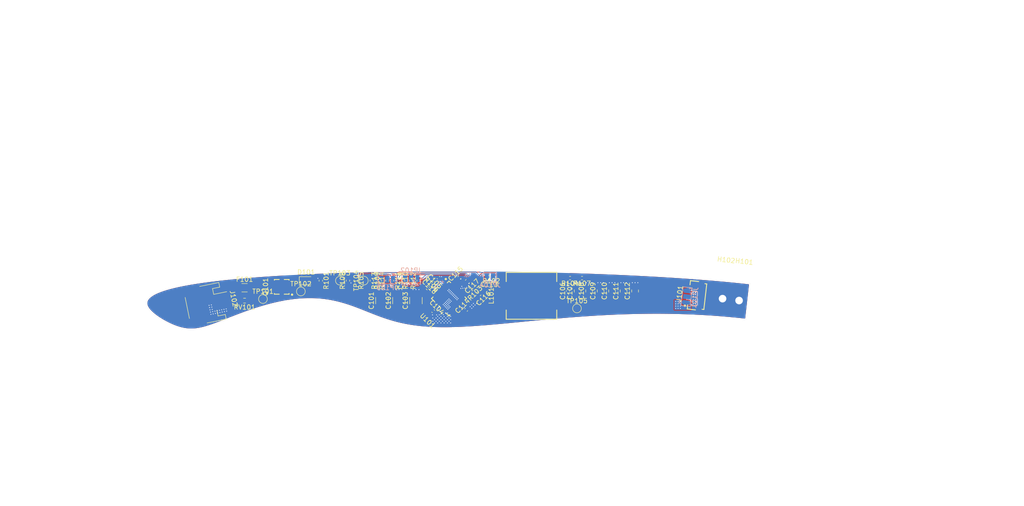
<source format=kicad_pcb>
(kicad_pcb (version 20211014) (generator pcbnew)
  (layers (0 "F.Cu" signal) (31 "B.Cu" signal) (34 "B.Paste" user) (35 "F.Paste" user) (36 "B.SilkS" user "B.Silkscreen") (37 "F.SilkS" user "F.Silkscreen") (38 "B.Mask" user) (39 "F.Mask" user) (44 "Edge.Cuts" user))
  (net 0 "")
  (net 1 "/V_SAFE")
  (net 2 "GND")
  (net 3 "+5V")
  (net 4 "/V_SNS_2")
  (net 5 "/V_DRV")
  (net 6 "/VDD")
  (net 7 "/V_SNS")
  (net 8 "/COMP_2")
  (net 9 "/BOOT")
  (net 10 "/BOOT_2")
  (net 11 "/SS")
  (net 12 "/POL_CTRL")
  (net 13 "VBUS")
  (net 14 "/V_FUSE")
  (net 15 "/+5V_OR_GND")
  (net 16 "/SPARE_0_5V0")
  (net 17 "/SPARE_1_5V0")
  (net 18 "/CURRENT_1_5A")
  (net 19 "/I_LIMIT")
  (net 20 "/CURRENT_3A")
  (net 21 "/PWR_SAVE")
  (net 22 "/MODE")
  (net 23 "/~{PWR_SAVE}")
  (net 24 "/US")
  (net 25 "/SW")
  (net 26 "/COMP")
  (net 27 "/V_FB")
  (net 28 "/EN")
  (net 29 "/PHASE")
  (net 30 "/P_GOOD")
  (net 31 "/F_SW")
  (footprint "Resistor_SMD:R_0402_1005Metric" (layer "F.Cu") (at 124.85 102.45 90)
    (fp_text reference "R111")
    (fp_text value "390k 1%")
  )
  (footprint "Capacitor_SMD:C_0402_1005Metric" (layer "F.Cu") (at 132.55 101.8 135)
    (fp_text reference "C105")
    (fp_text value "100n 100V")
  )
  (footprint "TestPoint:TestPoint_Pad_D1.5mm" (layer "F.Cu") (at 94.35 106.45)
    (fp_text reference "TP101")
    (fp_text value "VFUSE Test Point")
  )
  (footprint "Fuse:Fuse_1206_3216Metric" (layer "F.Cu") (at 90.35 104)
    (fp_text reference "F101")
    (fp_text value "SBF32302ASTP")
  )
  (footprint "rave_shades:CF35082D0RE-NH" (layer "F.Cu") (at 187.054901 105.537315 83.5)
    (fp_text reference "J101")
    (fp_text value "FPC Connector")
  )
  (footprint "Resistor_SMD:R_0402_1005Metric" (layer "F.Cu") (at 114.55 102.45 -90)
    (fp_text reference "R105")
    (fp_text value "62k 1%")
  )
  (footprint "Capacitor_SMD:C_0805_2012Metric" (layer "F.Cu") (at 170.35 104.7 90)
    (fp_text reference "C110")
    (fp_text value "22u")
  )
  (footprint "Capacitor_SMD:C_0805_2012Metric" (layer "F.Cu") (at 165.35 104.7 90)
    (fp_text reference "C108")
    (fp_text value "22u")
  )
  (footprint "Resistor_SMD:R_0402_1005Metric" (layer "F.Cu") (at 163.8 101.9 180)
    (fp_text reference "R107")
    (fp_text value "10k 1%")
  )
  (footprint "Capacitor_SMD:C_0603_1608Metric" (layer "F.Cu") (at 138.85 102.65 -135)
    (fp_text reference "C117")
    (fp_text value "680p %5 50V C0G/NP0")
  )
  (footprint "Capacitor_SMD:C_1210_3225Metric" (layer "F.Cu") (at 120.25 106.8 90)
    (fp_text reference "C101")
    (fp_text value "2u2 100V")
  )
  (footprint "Capacitor_SMD:C_1210_3225Metric" (layer "F.Cu") (at 127.65 106.8 90)
    (fp_text reference "C103")
    (fp_text value "2u2 100V")
  )
  (footprint "rave_shades:Vishay PowerPAK MLP55-27" (layer "F.Cu") (at 134.85 106.35 -45)
    (fp_text reference "U101")
    (fp_text value "SIC473")
  )
  (footprint "Diode_SMD:D_SOD-323" (layer "F.Cu") (at 103.75 102.45)
    (fp_text reference "D101")
    (fp_text value "ESDA17P20-1F2")
  )
  (footprint "Resistor_SMD:R_0402_1005Metric" (layer "F.Cu") (at 118.05 102.45 -90)
    (fp_text reference "R109")
    (fp_text value "10k")
  )
  (footprint "Capacitor_SMD:C_0805_2012Metric" (layer "F.Cu") (at 167.85 104.7 90)
    (fp_text reference "C109")
    (fp_text value "22u")
  )
  (footprint "Resistor_SMD:R_0402_1005Metric" (layer "F.Cu") (at 128.25 102.45 90)
    (fp_text reference "R112")
    (fp_text value "88k7 1%")
  )
  (footprint "Capacitor_SMD:C_0402_1005Metric" (layer "F.Cu") (at 131.4 102.95 135)
    (fp_text reference "C118")
    (fp_text value "100n 50V")
  )
  (footprint "Capacitor_SMD:C_0402_1005Metric" (layer "F.Cu") (at 123.15 102.45 -90)
    (fp_text reference "C119")
    (fp_text value "100n")
  )
  (footprint "Resistor_SMD:R_0402_1005Metric" (layer "F.Cu") (at 106.95 102.45 -90)
    (fp_text reference "R101")
    (fp_text value "10k")
  )
  (footprint "rave_shades:MPXV1D1054" (layer "F.Cu") (at 152.8 105.75 90)
    (fp_text reference "L101")
    (fp_text value "15u")
  )
  (footprint "Capacitor_SMD:C_0603_1608Metric" (layer "F.Cu") (at 141.35 105.3 -135)
    (fp_text reference "C116")
    (fp_text value "3n9 5% 50V C0G/NP0")
  )
  (footprint "TestPoint:TestPoint_Pad_D1.5mm" (layer "F.Cu") (at 102.6 104.8)
    (fp_text reference "TP102")
    (fp_text value "VSAFE Test Point")
  )
  (footprint "Capacitor_SMD:C_0603_1608Metric" (layer "F.Cu") (at 143.6 101.85 180)
    (fp_text reference "C113")
    (fp_text value "10n 5% 50V C0G/NP0")
  )
  (footprint "Capacitor_SMD:C_0402_1005Metric" (layer "F.Cu") (at 137.1 101.8 45)
    (fp_text reference "C115")
    (fp_text value "1u")
  )
  (footprint "Capacitor_SMD:C_0805_2012Metric" (layer "F.Cu") (at 172.85 104.7 90)
    (fp_text reference "C111")
    (fp_text value "22u")
  )
  (footprint "Capacitor_SMD:C_0402_1005Metric" (layer "F.Cu") (at 160.75 104.7 90)
    (fp_text reference "C106")
    (fp_text value "100n")
  )
  (footprint "rave_shades:8-PowerVDFN (8-DFN-EP) (3x3mm)" (layer "F.Cu") (at 98.4375 103.8 90)
    (fp_text reference "Q101")
    (fp_text value "AONR21357")
  )
  (footprint "TestPoint:TestPoint_Pad_D1.5mm" (layer "F.Cu") (at 162.7 108.5)
    (fp_text reference "TP105")
    (fp_text value "+5V Test Point")
  )
  (footprint "Capacitor_SMD:C_0805_2012Metric" (layer "F.Cu") (at 162.85 104.7 90)
    (fp_text reference "C107")
    (fp_text value "22u")
  )
  (footprint "Connector_JST:JST_PH_S2B-PH-SM4-TB_1x02-1MP_P2.00mm_Horizontal" (layer "F.Cu") (at 82.3 107.5 -78.5)
    (fp_text reference "J102")
    (fp_text value "Power Input")
  )
  (footprint "Resistor_SMD:R_0402_1005Metric" (layer "F.Cu") (at 161.2 101.9 180)
    (fp_text reference "R104")
    (fp_text value "52k3 1%")
  )
  (footprint "rave_shades:M1.4 Mounting Hole" (layer "F.Cu") (at 198.133227 106.799532 -6.5)
    (fp_text reference "H101")
    (fp_text value "Mounting Hole")
  )
  (footprint "TestPoint:TestPoint_Pad_D1.5mm" (layer "F.Cu") (at 116.3 102.45 90)
    (fp_text reference "TP104")
    (fp_text value "PGOOD Test Point")
  )
  (footprint "TestPoint:TestPoint_Pad_D1.5mm" (layer "F.Cu") (at 111.1 102.45)
    (fp_text reference "TP103")
    (fp_text value "EN Test Point")
  )
  (footprint "Capacitor_SMD:C_0402_1005Metric" (layer "F.Cu") (at 131.4 109.1 -45)
    (fp_text reference "C104")
    (fp_text value "100n 100V")
  )
  (footprint "Resistor_SMD:R_0402_1005Metric" (layer "F.Cu") (at 130.25 104.1 -45)
    (fp_text reference "R106")
    (fp_text value "3R3 1%")
  )
  (footprint "Resistor_SMD:R_0402_1005Metric" (layer "F.Cu") (at 126.55 102.45 90)
    (fp_text reference "R110")
    (fp_text value "160k 1%")
  )
  (footprint "rave_shades:M1.4 Mounting Hole" (layer "F.Cu") (at 194.197296 106.451736 -6.5)
    (fp_text reference "H102")
    (fp_text value "Mounting Hole")
  )
  (footprint "Capacitor_SMD:C_1210_3225Metric" (layer "F.Cu") (at 123.95 106.8 90)
    (fp_text reference "C102")
    (fp_text value "2u2 100V")
  )
  (footprint "Resistor_SMD:R_0402_1005Metric" (layer "F.Cu") (at 119.75 102.45 90)
    (fp_text reference "R113")
    (fp_text value "300k 0.5%")
  )
  (footprint "Resistor_SMD:R_0402_1005Metric" (layer "F.Cu") (at 112.85 102.45 90)
    (fp_text reference "R108")
    (fp_text value "18k 1%")
  )
  (footprint "Resistor_SMD:R_0402_1005Metric" (layer "F.Cu") (at 121.45 102.45 90)
    (fp_text reference "R114")
    (fp_text value "10k")
  )
  (footprint "Capacitor_SMD:C_0805_2012Metric" (layer "F.Cu") (at 175.35 104.7 90)
    (fp_text reference "C112")
    (fp_text value "22u")
  )
  (footprint "Resistor_SMD:R_0402_1005Metric" (layer "F.Cu") (at 144.05 103.7)
    (fp_text reference "R102")
    (fp_text value "8k66 1%")
  )
  (footprint "Resistor_SMD:R_0402_1005Metric" (layer "F.Cu") (at 139.7 104.35 -135)
    (fp_text reference "R103")
    (fp_text value "47k5 1%")
  )
  (footprint "Resistor_SMD:R_0603_1608Metric" (layer "F.Cu") (at 90.35 106.8 180)
    (fp_text reference "RV101")
    (fp_text value "MLVA06V26C100-R")
  )
  (footprint "Capacitor_SMD:C_0402_1005Metric" (layer "F.Cu") (at 138.6 108.8 45)
    (fp_text reference "C114")
    (fp_text value "4u7")
  )
  (footprint "Jumper:SolderJumper-3_P1.3mm_Open_Pad1.0x1.5mm" (layer "B.Cu") (at 186.57 105.95 83.5)
    (fp_text reference "JP101")
    (fp_text value "Hinge GND Enable")
  )
  (footprint "Jumper:SolderJumper-3_P1.3mm_Open_Pad1.0x1.5mm" (layer "B.Cu") (at 126.6 102 180)
    (fp_text reference "JP102")
    (fp_text value "Over Current Limit")
  )
  (footprint "rave_shades:outline_side_b_r1" (layer "B.Cu") (at 199.971334 107.008957 173.5)
    (fp_text reference "REF**" hide)
    (fp_text value "outline_side_b_r1" hide)
    (fp_line (start 0 -4) (end 0 4) (layer "Edge.Cuts") (width 0.02))
    (fp_curve (pts (xy 75.485 -13.29964) (xy 73.4641 -13.5782) (xy 71.1838 -13.702) (xy 68.4557 -13.55893)) (layer "Edge.Cuts") (width 0.02))
    (fp_curve (pts (xy 121.169 -19.8287) (xy 120.477 -19.8631) (xy 119.796 -19.8176) (xy 119.098 -19.6848)) (layer "Edge.Cuts") (width 0.02))
    (fp_curve (pts (xy 98.531 -5.12723) (xy 103.365 -5.93571) (xy 107.597 -6.72209) (xy 111.229 -7.48639)) (layer "Edge.Cuts") (width 0.02))
    (fp_curve (pts (xy 114.409 -17.86299) (xy 113.498 -17.39828) (xy 112.5 -16.86026) (xy 111.4 -16.27738)) (layer "Edge.Cuts") (width 0.02))
    (fp_curve (pts (xy 111.229 -7.48639) (xy 114.863 -8.248741) (xy 117.897 -8.982479) (xy 120.379 -9.682018)) (layer "Edge.Cuts") (width 0.02))
    (fp_curve (pts (xy 41.5606 1.8161) (xy 48.8868 1.1841) (xy 56.1197 0.46206) (xy 62.9808 -0.30175)) (layer "Edge.Cuts") (width 0.02))
    (fp_curve (pts (xy 120.379 -9.682018) (xy 122.861 -10.38175) (xy 124.793 -11.04749) (xy 126.251 -11.67901)) (layer "Edge.Cuts") (width 0.02))
    (fp_curve (pts (xy 107.804 -14.44184) (xy 105.22 -13.18919) (xy 102.27 -11.94817) (xy 99.238 -11.13927)) (layer "Edge.Cuts") (width 0.02))
    (fp_curve (pts (xy 58.7063 -12.30558) (xy 54.8634 -11.60933) (xy 50.3549 -10.61772) (xy 44.9524 -9.472484)) (layer "Edge.Cuts") (width 0.02))
    (fp_curve (pts (xy 44.9524 -9.472484) (xy 39.5499 -8.335335) (xy 33.2524 -7.0395) (xy 25.8333 -5.95318)) (layer "Edge.Cuts") (width 0.02))
    (fp_curve (pts (xy 19.7286 3.3775) (xy 26.8231 2.9892) (xy 34.2393 2.4476) (xy 41.5606 1.8161)) (layer "Edge.Cuts") (width 0.02))
    (fp_curve (pts (xy 127.662 -17.75478) (xy 126.988 -18.13631) (xy 126.247 -18.48236) (xy 125.504 -18.77872)) (layer "Edge.Cuts") (width 0.02))
    (fp_curve (pts (xy 94.6638 -10.27399) (xy 93.1374 -10.11226) (xy 91.6225 -10.089606) (xy 90.1191 -10.20603)) (layer "Edge.Cuts") (width 0.02))
    (fp_curve (pts (xy 85.6118 -10.92582) (xy 84.0972 -11.27397) (xy 82.5614 -11.71844) (xy 80.9145 -12.15724)) (layer "Edge.Cuts") (width 0.02))
    (fp_curve (pts (xy 80.9145 -12.15724) (xy 79.2655 -12.59475) (xy 77.5045 -13.02205) (xy 75.485 -13.29964)) (layer "Edge.Cuts") (width 0.02))
    (fp_curve (pts (xy 82.3025 -2.68587) (xy 88.2674 -3.49986) (xy 93.7005 -4.32132) (xy 98.531 -5.12723)) (layer "Edge.Cuts") (width 0.02))
    (fp_curve (pts (xy 68.4557 -13.55893) (xy 65.7266 -13.4192) (xy 62.5487 -13.00754) (xy 58.7063 -12.30558)) (layer "Edge.Cuts") (width 0.02))
    (fp_curve (pts (xy 62.9808 -0.30175) (xy 69.8459 -1.06604) (xy 76.3409 -1.87229) (xy 82.3025 -2.68587)) (layer "Edge.Cuts") (width 0.02))
    (fp_curve (pts (xy 123.29 -19.5009) (xy 122.566 -19.6831) (xy 121.859 -19.7924) (xy 121.169 -19.8287)) (layer "Edge.Cuts") (width 0.02))
    (fp_curve (pts (xy 119.098 -19.6848) (xy 117.703 -19.4228) (xy 116.233 -18.79656) (xy 114.409 -17.86299)) (layer "Edge.Cuts") (width 0.02))
    (fp_curve (pts (xy 126.251 -11.67901) (xy 129.172 -12.94229) (xy 130.193 -14.06928) (xy 130.145 -15.08028)) (layer "Edge.Cuts") (width 0.02))
    (fp_curve (pts (xy 111.4 -16.27738) (xy 110.3 -15.69509) (xy 109.097 -15.06801) (xy 107.804 -14.44184)) (layer "Edge.Cuts") (width 0.02))
    (fp_curve (pts (xy 0 4) (xy 5.87122 3.9997) (xy 12.6399 3.7652) (xy 19.7286 3.3775)) (layer "Edge.Cuts") (width 0.02))
    (fp_curve (pts (xy 99.238 -11.13927) (xy 97.723 -10.73341) (xy 96.1888 -10.43462) (xy 94.6638 -10.27399)) (layer "Edge.Cuts") (width 0.02))
    (fp_curve (pts (xy 25.8333 -5.95318) (xy 18.4148 -4.87732) (xy 9.8736 -4.00591) (xy 0 -4)) (layer "Edge.Cuts") (width 0.02))
    (fp_curve (pts (xy 125.504 -18.77872) (xy 124.76 -19.075) (xy 124.014 -19.321) (xy 123.29 -19.5009)) (layer "Edge.Cuts") (width 0.02))
    (fp_curve (pts (xy 130.145 -15.08028) (xy 130.096 -16.08964) (xy 129.005 -16.98971) (xy 127.662 -17.75478)) (layer "Edge.Cuts") (width 0.02))
    (fp_curve (pts (xy 90.1191 -10.20603) (xy 88.6148 -10.32083) (xy 87.1244 -10.57563) (xy 85.6118 -10.92582)) (layer "Edge.Cuts") (width 0.02))
  )
  (footprint "Jumper:SolderJumper-3_P1.3mm_Open_Pad1.0x1.5mm" (layer "B.Cu") (at 121.4 102.2)
    (fp_text reference "JP103")
    (fp_text value "Power Save Enable")
  )
  (footprint "Jumper:SolderJumper-2_P1.3mm_Open_Pad1.0x1.5mm" (layer "B.Cu") (at 143.79 101.62)
    (fp_text reference "JP104")
    (fp_text value "Ultrasonic Enable")
  )
  (segment (start 134.248959 103.344796) (end 133.704211 102.800048) (width 0.15) (layer "F.Cu") (net 1))
  (segment (start 129.87 104.47) (end 129.87 106.25) (width 0.15) (layer "F.Cu") (net 1))
  (segment (start 133.704211 102.800048) (end 133.349952 102.800048) (width 0.15) (layer "F.Cu") (net 1))
  (segment (start 131.45 103.96) (end 131.24 103.75) (width 0.15) (layer "F.Cu") (net 1))
  (segment (start 131.791183 103.96) (end 131.45 103.96) (width 0.15) (layer "F.Cu") (net 1))
  (segment (start 130.59 103.75) (end 129.87 104.47) (width 0.15) (layer "F.Cu") (net 1))
  (segment (start 133.349952 102.800048) (end 133.349952 102.599952) (width 0.15) (layer "F.Cu") (net 1))
  (segment (start 131.8005 103.969317) (end 131.791183 103.96) (width 0.15) (layer "F.Cu") (net 1))
  (segment (start 131.24 103.75) (end 130.59 103.75) (width 0.15) (layer "F.Cu") (net 1))
  (segment (start 133.349952 102.599952) (end 132.889411 102.139411) (width 0.15) (layer "F.Cu") (net 1))
  (via (at 133.349952 102.800048) (size 0.35) (drill 0.2) (layers "F.Cu" "B.Cu") (net 1))
  (via (at 131.8005 103.969317) (size 0.35) (drill 0.2) (layers "F.Cu" "B.Cu") (net 1))
  (segment (start 132.969769 102.800048) (end 133.349952 102.800048) (width 0.15) (layer "B.Cu") (net 1))
  (segment (start 131.8005 103.969317) (end 132.969769 102.800048) (width 0.15) (layer "B.Cu") (net 1))
  (segment (start 113.49 102.96) (end 113.5 102.95) (width 0.15) (layer "F.Cu") (net 2))
  (segment (start 85.292153 107.911726) (end 89.525 106.8) (width 0.7) (layer "F.Cu") (net 2))
  (segment (start 112.85 102.96) (end 113.49 102.96) (width 0.15) (layer "F.Cu") (net 2))
  (segment (start 106.31 101.94) (end 106.3 101.95) (width 0.15) (layer "F.Cu") (net 2))
  (segment (start 106.95 101.94) (end 106.31 101.94) (width 0.15) (layer "F.Cu") (net 2))
  (via (at 131.25 109.9) (size 0.35) (drill 0.2) (layers "F.Cu" "B.Cu") (net 2))
  (via (at 134.83 107.924924) (size 0.35) (drill 0.2) (layers "F.Cu" "B.Cu") (net 2))
  (via (at 134.335026 108.419899) (size 0.35) (drill 0.2) (layers "F.Cu" "B.Cu") (net 2))
  (via (at 136.579949 106.104975) (size 0.35) (drill 0.2) (layers "F.Cu" "B.Cu") (net 2))
  (via (at 113.5 102.95) (size 0.35) (drill 0.2) (layers "F.Cu" "B.Cu") (net 2))
  (via (at 85.47292 109.289707) (size 0.35) (drill 0.2) (layers "F.Cu" "B.Cu") (net 2))
  (via (at 134.85 109.885533) (size 0.35) (drill 0.2) (layers "F.Cu" "B.Cu") (net 2))
  (via (at 131.314466 111.299747) (size 0.35) (drill 0.2) (layers "F.Cu" "B.Cu") (net 2))
  (via (at 134.496447 110.946194) (size 0.35) (drill 0.2) (layers "F.Cu" "B.Cu") (net 2))
  (via (at 162.85 102.9) (size 0.35) (drill 0.2) (layers "F.Cu" "B.Cu") (net 2))
  (via (at 133.082233 110.239087) (size 0.35) (drill 0.2) (layers "F.Cu" "B.Cu") (net 2))
  (via (at 135.837487 105.362513) (size 0.35) (drill 0.2) (layers "F.Cu" "B.Cu") (net 2))
  (via (at 106.3 101.95) (size 0.35) (drill 0.2) (layers "F.Cu" "B.Cu") (net 2))
  (via (at 134.847538 104.867538) (size 0.35) (drill 0.2) (layers "F.Cu" "B.Cu") (net 2))
  (via (at 128.3 104.4) (size 0.35) (drill 0.2) (layers "F.Cu" "B.Cu") (net 2))
  (via (at 135.342512 104.867538) (size 0.35) (drill 0.2) (layers "F.Cu" "B.Cu") (net 2))
  (via (at 139.799748 108.47132) (size 0.35) (drill 0.2) (layers "F.Cu" "B.Cu") (net 2))
  (via (at 132.8 108.05) (size 0.35) (drill 0.2) (layers "F.Cu" "B.Cu") (net 2))
  (via (at 134.83 106.44) (size 0.35) (drill 0.2) (layers "F.Cu" "B.Cu") (net 2))
  (via (at 138.32 104.09) (size 0.35) (drill 0.2) (layers "F.Cu" "B.Cu") (net 2))
  (via (at 134.087538 107.677437) (size 0.35) (drill 0.2) (layers "F.Cu" "B.Cu") (net 2))
  (via (at 134.335026 107.429949) (size 0.35) (drill 0.2) (layers "F.Cu" "B.Cu") (net 2))
  (via (at 164.75 102.9) (size 0.35) (drill 0.2) (layers "F.Cu" "B.Cu") (net 2))
  (via (at 163.45 102.9) (size 0.35) (drill 0.2) (layers "F.Cu" "B.Cu") (net 2))
  (via (at 134.496447 110.239087) (size 0.35) (drill 0.2) (layers "F.Cu" "B.Cu") (net 2))
  (via (at 82.624372 107.828275) (size 0.35) (drill 0.2) (layers "F.Cu" "B.Cu") (net 2))
  (via (at 123.3 104.4) (size 0.35) (drill 0.2) (layers "F.Cu" "B.Cu") (net 2))
  (via (at 168.45 102.9) (size 0.35) (drill 0.2) (layers "F.Cu" "B.Cu") (net 2))
  (via (at 119.6 104.4) (size 0.35) (drill 0.2) (layers "F.Cu" "B.Cu") (net 2))
  (via (at 135.095025 105.115025) (size 0.35) (drill 0.2) (layers "F.Cu" "B.Cu") (net 2))
  (via (at 134.142894 110.59264) (size 0.35) (drill 0.2) (layers "F.Cu" "B.Cu") (net 2))
  (via (at 132.5 108.35) (size 0.35) (drill 0.2) (layers "F.Cu" "B.Cu") (net 2))
  (via (at 134.1 109.55) (size 0.35) (drill 0.2) (layers "F.Cu" "B.Cu") (net 2))
  (via (at 134.85 111.299747) (size 0.35) (drill 0.2) (layers "F.Cu" "B.Cu") (net 2))
  (via (at 135.59 105.61) (size 0.35) (drill 0.2) (layers "F.Cu" "B.Cu") (net 2))
  (via (at 139.08 103.56) (size 0.35) (drill 0.2) (layers "F.Cu" "B.Cu") (net 2))
  (via (at 134.85 110.59264) (size 0.35) (drill 0.2) (layers "F.Cu" "B.Cu") (net 2))
  (via (at 83.114335 107.728595) (size 0.35) (drill 0.2) (layers "F.Cu" "B.Cu") (net 2))
  (via (at 82.823741 108.808203) (size 0.35) (drill 0.2) (layers "F.Cu" "B.Cu") (net 2))
  (via (at 139.799748 107.764213) (size 0.35) (drill 0.2) (layers "F.Cu" "B.Cu") (net 2))
  (via (at 85.373235 108.799745) (size 0.35) (drill 0.2) (layers "F.Cu" "B.Cu") (net 2))
  (via (at 172.25 102.9) (size 0.35) (drill 0.2) (layers "F.Cu" "B.Cu") (net 2))
  (via (at 134.55 109.5) (size 0.35) (drill 0.2) (layers "F.Cu" "B.Cu") (net 2))
  (via (at 140.506855 107.764213) (size 0.35) (drill 0.2) (layers "F.Cu" "B.Cu") (net 2))
  (via (at 135.342512 105.362513) (size 0.35) (drill 0.2) (layers "F.Cu" "B.Cu") (net 2))
  (via (at 134.847538 104.372563) (size 0.35) (drill 0.2) (layers "F.Cu" "B.Cu") (net 2))
  (via (at 132.72868 111.299747) (size 0.35) (drill 0.2) (layers "F.Cu" "B.Cu") (net 2))
  (via (at 134.335026 106.934975) (size 0.35) (drill 0.2) (layers "F.Cu" "B.Cu") (net 2))
  (via (at 161.4 104.2) (size 0.35) (drill 0.2) (layers "F.Cu" "B.Cu") (net 2))
  (via (at 139.446194 108.117767) (size 0.35) (drill 0.2) (layers "F.Cu" "B.Cu") (net 2))
  (via (at 137.437767 102.08304) (size 0.35) (drill 0.2) (layers "F.Cu" "B.Cu") (net 2))
  (via (at 134.582513 107.182462) (size 0.35) (drill 0.2) (layers "F.Cu" "B.Cu") (net 2))
  (via (at 127.65 104.4) (size 0.35) (drill 0.2) (layers "F.Cu" "B.Cu") (net 2))
  (via (at 165.35 102.9) (size 0.35) (drill 0.2) (layers "F.Cu" "B.Cu") (net 2))
  (via (at 135.324975 106.934975) (size 0.35) (drill 0.2) (layers "F.Cu" "B.Cu") (net 2))
  (via (at 133.592563 107.677437) (size 0.35) (drill 0.2) (layers "F.Cu" "B.Cu") (net 2))
  (via (at 134.582513 108.667386) (size 0.35) (drill 0.2) (layers "F.Cu" "B.Cu") (net 2))
  (via (at 132.15 109.9) (size 0.35) (drill 0.2) (layers "F.Cu" "B.Cu") (net 2))
  (via (at 82.724056 108.318237) (size 0.35) (drill 0.2) (layers "F.Cu" "B.Cu") (net 2))
  (via (at 140.860408 107.41066) (size 0.35) (drill 0.2) (layers "F.Cu" "B.Cu") (net 2))
  (via (at 132.021573 110.59264) (size 0.35) (drill 0.2) (layers "F.Cu" "B.Cu") (net 2))
  (via (at 138.15 108.3) (size 0.35) (drill 0.2) (layers "F.Cu" "B.Cu") (net 2))
  (via (at 135.077488 108.172412) (size 0.35) (drill 0.2) (layers "F.Cu" "B.Cu") (net 2))
  (via (at 135.203554 110.239087) (size 0.35) (drill 0.2) (layers "F.Cu" "B.Cu") (net 2))
  (via (at 134.087538 108.172412) (size 0.35) (drill 0.2) (layers "F.Cu" "B.Cu") (net 2))
  (via (at 136.579949 106.599949) (size 0.35) (drill 0.2) (layers "F.Cu" "B.Cu") (net 2))
  (via (at 82.923425 109.298164) (size 0.35) (drill 0.2) (layers "F.Cu" "B.Cu") (net 2))
  (via (at 84.003033 109.588758) (size 0.35) (drill 0.2) (layers "F.Cu" "B.Cu") (net 2))
  (via (at 137.86 104.11) (size 0.35) (drill 0.2) (layers "F.Cu" "B.Cu") (net 2))
  (via (at 83.023108 109.788126) (size 0.35) (drill 0.2) (layers "F.Cu" "B.Cu") (net 2))
  (via (at 131.66802 110.946194) (size 0.35) (drill 0.2) (layers "F.Cu" "B.Cu") (net 2))
  (via (at 136.827437 106.352462) (size 0.35) (drill 0.2) (layers "F.Cu" "B.Cu") (net 2))
  (via (at 120.25 104.4) (size 0.35) (drill 0.2) (layers "F.Cu" "B.Cu") (net 2))
  (via (at 134.142894 111.299747) (size 0.35) (drill 0.2) (layers "F.Cu" "B.Cu") (net 2))
  (via (at 162.25 102.9) (size 0.35) (drill 0.2) (layers "F.Cu" "B.Cu") (net 2))
  (via (at 175.35 102.9) (size 0.35) (drill 0.2) (layers "F.Cu" "B.Cu") (net 2))
  (via (at 132.021573 111.299747) (size 0.35) (drill 0.2) (layers "F.Cu" "B.Cu") (net 2))
  (via (at 133.21864 101.572519) (size 0.35) (drill 0.2) (layers "F.Cu" "B.Cu") (net 2))
  (via (at 131.314466 110.59264) (size 0.35) (drill 0.2) (layers "F.Cu" "B.Cu") (net 2))
  (via (at 133.78934 111.6533) (size 0.35) (drill 0.2) (layers "F.Cu" "B.Cu") (net 2))
  (via (at 84.492996 109.489073) (size 0.35) (drill 0.2) (layers "F.Cu" "B.Cu") (net 2))
  (via (at 133.435787 111.299747) (size 0.35) (drill 0.2) (layers "F.Cu" "B.Cu") (net 2))
  (via (at 86.353158 108.600377) (size 0.35) (drill 0.2) (layers "F.Cu" "B.Cu") (net 2))
  (via (at 134.60005 104.62005) (size 0.35) (drill 0.2) (layers "F.Cu" "B.Cu") (net 2))
  (via (at 85.962883 109.190024) (size 0.35) (drill 0.2) (layers "F.Cu" "B.Cu") (net 2))
  (via (at 134.83 106.934975) (size 0.35) (drill 0.2) (layers "F.Cu" "B.Cu") (net 2))
  (via (at 175.95 102.9) (size 0.35) (drill 0.2) (layers "F.Cu" "B.Cu") (net 2))
  (via (at 160.75 103.6) (size 0.35) (drill 0.2) (layers "F.Cu" "B.Cu") (net 2))
  (via (at 134.087538 107.182462) (size 0.35) (drill 0.2) (layers "F.Cu" "B.Cu") (net 2))
  (via (at 135.077488 107.182462) (size 0.35) (drill 0.2) (layers "F.Cu" "B.Cu") (net 2))
  (via (at 133.082233 111.6533) (size 0.35) (drill 0.2) (layers "F.Cu" "B.Cu") (net 2))
  (via (at 123.95 104.4) (size 0.35) (drill 0.2) (layers "F.Cu" "B.Cu") (net 2))
  (via (at 136.084974 106.104975) (size 0.35) (drill 0.2) (layers "F.Cu" "B.Cu") (net 2))
  (via (at 83.313699 108.708519) (size 0.35) (drill 0.2) (layers "F.Cu" "B.Cu") (net 2))
  (via (at 133.2 109.5) (size 0.35) (drill 0.2) (layers "F.Cu" "B.Cu") (net 2))
  (via (at 138.72 103.92) (size 0.35) (drill 0.2) (layers "F.Cu" "B.Cu") (net 2))
  (via (at 172.85 102.9) (size 0.35) (drill 0.2) (layers "F.Cu" "B.Cu") (net 2))
  (via (at 135.095025 104.62005) (size 0.35) (drill 0.2) (layers "F.Cu" "B.Cu") (net 2))
  (via (at 132.375127 111.6533) (size 0.35) (drill 0.2) (layers "F.Cu" "B.Cu") (net 2))
  (via (at 135.837487 105.857487) (size 0.35) (drill 0.2) (layers "F.Cu" "B.Cu") (net 2))
  (via (at 140.153301 108.117767) (size 0.35) (drill 0.2) (layers "F.Cu" "B.Cu") (net 2))
  (via (at 136.084974 105.61) (size 0.35) (drill 0.2) (layers "F.Cu" "B.Cu") (net 2))
  (via (at 165.95 102.9) (size 0.35) (drill 0.2) (layers "F.Cu" "B.Cu") (net 2))
  (via (at 135.59 105.115025) (size 0.35) (drill 0.2) (layers "F.Cu" "B.Cu") (net 2))
  (via (at 134.582513 107.677437) (size 0.35) (drill 0.2) (layers "F.Cu" "B.Cu") (net 2))
  (via (at 133.6 109.85) (size 0.35) (drill 0.2) (layers "F.Cu" "B.Cu") (net 2))
  (via (at 140.153301 107.41066) (size 0.35) (drill 0.2) (layers "F.Cu" "B.Cu") (net 2))
  (via (at 83.214017 108.218555) (size 0.35) (drill 0.2) (layers "F.Cu" "B.Cu") (net 2))
  (via (at 170.95 102.9) (size 0.35) (drill 0.2) (layers "F.Cu" "B.Cu") (net 2))
  (via (at 133.840051 107.924924) (size 0.35) (drill 0.2) (layers "F.Cu" "B.Cu") (net 2))
  (via (at 84.393311 108.999115) (size 0.35) (drill 0.2) (layers "F.Cu" "B.Cu") (net 2))
  (via (at 132.5 108.8) (size 0.35) (drill 0.2) (layers "F.Cu" "B.Cu") (net 2))
  (via (at 135.203554 111.6533) (size 0.35) (drill 0.2) (layers "F.Cu" "B.Cu") (net 2))
  (via (at 132.85 109.15) (size 0.35) (drill 0.2) (layers "F.Cu" "B.Cu") (net 2))
  (via (at 134.335026 107.924924) (size 0.35) (drill 0.2) (layers "F.Cu" "B.Cu") (net 2))
  (via (at 169.75 102.9) (size 0.35) (drill 0.2) (layers "F.Cu" "B.Cu") (net 2))
  (via (at 137.63 103.69) (size 0.35) (drill 0.2) (layers "F.Cu" "B.Cu") (net 2))
  (via (at 132.72868 110.59264) (size 0.35) (drill 0.2) (layers "F.Cu" "B.Cu") (net 2))
  (via (at 132.375127 110.946194) (size 0.35) (drill 0.2) (layers "F.Cu" "B.Cu") (net 2))
  (via (at 167.85 102.9) (size 0.35) (drill 0.2) (layers "F.Cu" "B.Cu") (net 2))
  (via (at 86.452844 109.090338) (size 0.35) (drill 0.2) (layers "F.Cu" "B.Cu") (net 2))
  (via (at 134.496447 111.6533) (size 0.35) (drill 0.2) (layers "F.Cu" "B.Cu") (net 2))
  (via (at 136.332462 105.857487) (size 0.35) (drill 0.2) (layers "F.Cu" "B.Cu") (net 2))
  (via (at 173.45 102.9) (size 0.35) (drill 0.2) (layers "F.Cu" "B.Cu") (net 2))
  (via (at 83.413386 109.19848) (size 0.35) (drill 0.2) (layers "F.Cu" "B.Cu") (net 2))
  (via (at 85.8632 108.700063) (size 0.35) (drill 0.2) (layers "F.Cu" "B.Cu") (net 2))
  (via (at 131.66802 111.6533) (size 0.35) (drill 0.2) (layers "F.Cu" "B.Cu") (net 2))
  (via (at 137.43 104.15) (size 0.35) (drill 0.2) (layers "F.Cu" "B.Cu") (net 2))
  (via (at 83.903349 109.098799) (size 0.35) (drill 0.2) (layers "F.Cu" "B.Cu") (net 2))
  (via (at 174.75 102.9) (size 0.35) (drill 0.2) (layers "F.Cu" "B.Cu") (net 2))
  (via (at 134.582513 106.687487) (size 0.35) (drill 0.2) (layers "F.Cu" "B.Cu") (net 2))
  (via (at 133.78934 110.239087) (size 0.35) (drill 0.2) (layers "F.Cu" "B.Cu") (net 2))
  (via (at 135.077488 106.687487) (size 0.35) (drill 0.2) (layers "F.Cu" "B.Cu") (net 2))
  (via (at 132.72868 109.885533) (size 0.35) (drill 0.2) (layers "F.Cu" "B.Cu") (net 2))
  (via (at 84.982955 109.389389) (size 0.35) (drill 0.2) (layers "F.Cu" "B.Cu") (net 2))
  (via (at 133.78934 110.946194) (size 0.35) (drill 0.2) (layers "F.Cu" "B.Cu") (net 2))
  (via (at 137.709266 108.290734) (size 0.35) (drill 0.2) (layers "F.Cu" "B.Cu") (net 2))
  (via (at 133.082233 110.946194) (size 0.35) (drill 0.2) (layers "F.Cu" "B.Cu") (net 2))
  (via (at 120.9 104.4) (size 0.35) (drill 0.2) (layers "F.Cu" "B.Cu") (net 2))
  (via (at 127 104.4) (size 0.35) (drill 0.2) (layers "F.Cu" "B.Cu") (net 2))
  (via (at 132.375127 110.239087) (size 0.35) (drill 0.2) (layers "F.Cu" "B.Cu") (net 2))
  (via (at 134.83 107.429949) (size 0.35) (drill 0.2) (layers "F.Cu" "B.Cu") (net 2))
  (via (at 83.51307 109.688442) (size 0.35) (drill 0.2) (layers "F.Cu" "B.Cu") (net 2))
  (via (at 124.6 104.4) (size 0.35) (drill 0.2) (layers "F.Cu" "B.Cu") (net 2))
  (via (at 136.332462 106.352462) (size 0.35) (drill 0.2) (layers "F.Cu" "B.Cu") (net 2))
  (via (at 133.840051 107.429949) (size 0.35) (drill 0.2) (layers "F.Cu" "B.Cu") (net 2))
  (via (at 135.203554 110.946194) (size 0.35) (drill 0.2) (layers "F.Cu" "B.Cu") (net 2))
  (via (at 167.25 102.9) (size 0.35) (drill 0.2) (layers "F.Cu" "B.Cu") (net 2))
  (via (at 133.435787 110.59264) (size 0.35) (drill 0.2) (layers "F.Cu" "B.Cu") (net 2))
  (via (at 84.883273 108.899429) (size 0.35) (drill 0.2) (layers "F.Cu" "B.Cu") (net 2))
  (via (at 134.582513 108.172412) (size 0.35) (drill 0.2) (layers "F.Cu" "B.Cu") (net 2))
  (via (at 139.19 103.08) (size 0.35) (drill 0.2) (layers "F.Cu" "B.Cu") (net 2))
  (via (at 170.35 102.9) (size 0.35) (drill 0.2) (layers "F.Cu" "B.Cu") (net 2))
  (via (at 134.83 108.419899) (size 0.35) (drill 0.2) (layers "F.Cu" "B.Cu") (net 2))
  (segment (start 160.69 101.9) (end 159.4 101.9) (width 0.15) (layer "F.Cu") (net 3))
  (segment (start 145.175865 101.049135) (end 152.6 101.049135) (width 0.15) (layer "F.Cu") (net 3))
  (segment (start 144.375 101.85) (end 145.175865 101.049135) (width 0.15) (layer "F.Cu") (net 3))
  (via (at 185.2 108.5) (size 0.35) (drill 0.2) (layers "F.Cu" "B.Cu") (net 3))
  (via (at 184.2 108.5) (size 0.35) (drill 0.2) (layers "F.Cu" "B.Cu") (net 3))
  (via (at 184.2 107) (size 0.35) (drill 0.2) (layers "F.Cu" "B.Cu") (net 3))
  (via (at 184.2 108) (size 0.35) (drill 0.2) (layers "F.Cu" "B.Cu") (net 3))
  (via (at 184.7 107) (size 0.35) (drill 0.2) (layers "F.Cu" "B.Cu") (net 3))
  (via (at 184.2 107.5) (size 0.35) (drill 0.2) (layers "F.Cu" "B.Cu") (net 3))
  (via (at 184.7 108) (size 0.35) (drill 0.2) (layers "F.Cu" "B.Cu") (net 3))
  (via (at 185.2 107.5) (size 0.35) (drill 0.2) (layers "F.Cu" "B.Cu") (net 3))
  (via (at 185.2 108) (size 0.35) (drill 0.2) (layers "F.Cu" "B.Cu") (net 3))
  (via (at 185.2 107) (size 0.35) (drill 0.2) (layers "F.Cu" "B.Cu") (net 3))
  (via (at 184.7 107.5) (size 0.35) (drill 0.2) (layers "F.Cu" "B.Cu") (net 3))
  (via (at 184.7 108.5) (size 0.35) (drill 0.2) (layers "F.Cu" "B.Cu") (net 3))
  (segment (start 142.85 103.8) (end 143.44 103.8) (width 0.15) (layer "F.Cu") (net 4))
  (segment (start 142.825 101.85) (end 142.85 101.875) (width 0.15) (layer "F.Cu") (net 4))
  (segment (start 143.44 103.8) (end 143.54 103.7) (width 0.15) (layer "F.Cu") (net 4))
  (segment (start 142.85 101.875) (end 142.85 103.8) (width 0.15) (layer "F.Cu") (net 4))
  (segment (start 141.898008 104.751992) (end 142.85 103.8) (width 0.15) (layer "F.Cu") (net 4))
  (segment (start 137.992964 109.139411) (end 136.829899 107.976346) (width 0.15) (layer "F.Cu") (net 5))
  (segment (start 138.260589 109.139411) (end 137.992964 109.139411) (width 0.15) (layer "F.Cu") (net 5))
  (segment (start 123.85 100.7) (end 118.9 100.7) (width 0.15) (layer "F.Cu") (net 6))
  (segment (start 118.05 101.55) (end 118.05 101.94) (width 0.15) (layer "F.Cu") (net 6))
  (segment (start 137.21 100.6) (end 141.52 100.6) (width 0.15) (layer "F.Cu") (net 6))
  (segment (start 136.286386 100.576386) (end 123.973614 100.576386) (width 0.15) (layer "F.Cu") (net 6))
  (segment (start 136.760589 102.139411) (end 136.760589 101.050589) (width 0.15) (layer "F.Cu") (net 6))
  (segment (start 136.760589 101.049411) (end 137.21 100.6) (width 0.15) (layer "F.Cu") (net 6))
  (segment (start 123.973614 100.576386) (end 123.85 100.7) (width 0.15) (layer "F.Cu") (net 6))
  (segment (start 118.9 100.7) (end 118.05 101.55) (width 0.15) (layer "F.Cu") (net 6))
  (segment (start 141.52 100.6) (end 141.58251 100.66251) (width 0.15) (layer "F.Cu") (net 6))
  (segment (start 136.760589 101.050589) (end 136.286386 100.576386) (width 0.15) (layer "F.Cu") (net 6))
  (segment (start 136.760589 102.671644) (end 136.760589 102.139411) (width 0.15) (layer "F.Cu") (net 6))
  (segment (start 135.769239 103.662994) (end 136.760589 102.671644) (width 0.15) (layer "F.Cu") (net 6))
  (via (at 141.58251 100.66251) (size 0.35) (drill 0.2) (layers "F.Cu" "B.Cu") (net 6))
  (segment (start 142.18251 100.66251) (end 143.14 101.62) (width 0.15) (layer "B.Cu") (net 6))
  (segment (start 141.58251 100.66251) (end 142.18251 100.66251) (width 0.15) (layer "B.Cu") (net 6))
  (segment (start 139.95 106.3) (end 140.35 106.3) (width 0.15) (layer "F.Cu") (net 7))
  (segment (start 137.890559 105.784315) (end 138.424874 105.25) (width 0.15) (layer "F.Cu") (net 7))
  (segment (start 138.424874 105.25) (end 138.9 105.25) (width 0.15) (layer "F.Cu") (net 7))
  (segment (start 138.9 105.25) (end 139.95 106.3) (width 0.15) (layer "F.Cu") (net 7))
  (segment (start 140.35 106.3) (end 140.801992 105.848008) (width 0.15) (layer "F.Cu") (net 7))
  (segment (start 140.060624 102.764608) (end 139.398008 102.101992) (width 0.15) (layer "F.Cu") (net 8))
  (segment (start 140.060624 103.989376) (end 140.060624 102.764608) (width 0.15) (layer "F.Cu") (net 8))
  (segment (start 131.739411 103.289411) (end 132.2 103.75) (width 0.15) (layer "F.Cu") (net 9))
  (segment (start 132.2 104.053553) (end 132.870101 104.723654) (width 0.15) (layer "F.Cu") (net 9))
  (segment (start 132.2 103.75) (end 132.2 104.053553) (width 0.15) (layer "F.Cu") (net 9))
  (segment (start 131.060589 102.610589) (end 129.931802 103.739376) (width 0.15) (layer "F.Cu") (net 10))
  (segment (start 129.931802 103.739376) (end 129.889376 103.739376) (width 0.15) (layer "F.Cu") (net 10))
  (segment (start 141.73 105.68) (end 141.73 106.255736) (width 0.15) (layer "F.Cu") (net 11))
  (segment (start 141.73 106.255736) (end 141.315736 106.67) (width 0.15) (layer "F.Cu") (net 11))
  (segment (start 138.72 107.38) (end 138.354874 107.38) (width 0.15) (layer "F.Cu") (net 11))
  (segment (start 139.43 106.67) (end 138.72 107.38) (width 0.15) (layer "F.Cu") (net 11))
  (segment (start 140.96 104.91) (end 141.73 105.68) (width 0.15) (layer "F.Cu") (net 11))
  (segment (start 141.315736 106.67) (end 139.43 106.67) (width 0.15) (layer "F.Cu") (net 11))
  (segment (start 138.354874 107.38) (end 137.890559 106.915685) (width 0.15) (layer "F.Cu") (net 11))
  (segment (start 142.14749 101.22749) (end 140.96 102.41498) (width 0.15) (layer "F.Cu") (net 11))
  (segment (start 123.98 101.97) (end 123.15 101.97) (width 0.15) (layer "F.Cu") (net 11))
  (segment (start 124.05 101.9) (end 123.98 101.97) (width 0.15) (layer "F.Cu") (net 11))
  (segment (start 140.96 102.41498) (end 140.96 104.91) (width 0.15) (layer "F.Cu") (net 11))
  (via (at 142.14749 101.22749) (size 0.35) (drill 0.2) (layers "F.Cu" "B.Cu") (net 11))
  (via (at 124.05 101.9) (size 0.35) (drill 0.2) (layers "F.Cu" "B.Cu") (net 11))
  (segment (start 124.05 101.9) (end 124.05 101.55) (width 0.15) (layer "B.Cu") (net 11))
  (segment (start 124.05 101.55) (end 124.7 100.9) (width 0.15) (layer "B.Cu") (net 11))
  (segment (start 126.65 100.9) (end 127 100.55) (width 0.15) (layer "B.Cu") (net 11))
  (segment (start 141.37749 101.22749) (end 142.14749 101.22749) (width 0.15) (layer "B.Cu") (net 11))
  (segment (start 124.7 100.9) (end 126.65 100.9) (width 0.15) (layer "B.Cu") (net 11))
  (segment (start 140.7 100.55) (end 141.37749 101.22749) (width 0.15) (layer "B.Cu") (net 11))
  (segment (start 127 100.55) (end 140.7 100.55) (width 0.15) (layer "B.Cu") (net 11))
  (segment (start 104.8 101.9) (end 104.8 102.45) (width 0.15) (layer "F.Cu") (net 12))
  (segment (start 99.8375 101.9125) (end 100.2 101.55) (width 0.15) (layer "F.Cu") (net 12))
  (segment (start 99.8375 102.825) (end 99.8375 101.9125) (width 0.15) (layer "F.Cu") (net 12))
  (segment (start 100.2 101.55) (end 104.45 101.55) (width 0.15) (layer "F.Cu") (net 12))
  (segment (start 104.45 101.55) (end 104.8 101.9) (width 0.15) (layer "F.Cu") (net 12))
  (segment (start 106.95 102.96) (end 105.31 102.96) (width 0.15) (layer "F.Cu") (net 12))
  (segment (start 105.31 102.96) (end 104.8 102.45) (width 0.15) (layer "F.Cu") (net 12))
  (via (at 188.5 105.5) (size 0.35) (drill 0.2) (layers "F.Cu" "B.Cu") (net 15))
  (via (at 188 106.5) (size 0.35) (drill 0.2) (layers "F.Cu" "B.Cu") (net 15))
  (via (at 188 105) (size 0.35) (drill 0.2) (layers "F.Cu" "B.Cu") (net 15))
  (via (at 188.5 106.5) (size 0.35) (drill 0.2) (layers "F.Cu" "B.Cu") (net 15))
  (via (at 188.5 106) (size 0.35) (drill 0.2) (layers "F.Cu" "B.Cu") (net 15))
  (via (at 188.5 107.5) (size 0.35) (drill 0.2) (layers "F.Cu" "B.Cu") (net 15))
  (via (at 188.5 107) (size 0.35) (drill 0.2) (layers "F.Cu" "B.Cu") (net 15))
  (via (at 188 107) (size 0.35) (drill 0.2) (layers "F.Cu" "B.Cu") (net 15))
  (via (at 188.5 105) (size 0.35) (drill 0.2) (layers "F.Cu" "B.Cu") (net 15))
  (via (at 188 106) (size 0.35) (drill 0.2) (layers "F.Cu" "B.Cu") (net 15))
  (via (at 188 107.5) (size 0.35) (drill 0.2) (layers "F.Cu" "B.Cu") (net 15))
  (via (at 188 105.5) (size 0.35) (drill 0.2) (layers "F.Cu" "B.Cu") (net 15))
  (segment (start 125.7 102.15) (end 125.49 101.94) (width 0.15) (layer "F.Cu") (net 18))
  (segment (start 125.49 101.94) (end 124.85 101.94) (width 0.15) (layer "F.Cu") (net 18))
  (segment (start 125.7 103.1) (end 125.7 102.15) (width 0.15) (layer "F.Cu") (net 18))
  (via (at 125.7 103.1) (size 0.35) (drill 0.2) (layers "F.Cu" "B.Cu") (net 18))
  (segment (start 125.3 102.9) (end 125.5 103.1) (width 0.15) (layer "B.Cu") (net 18))
  (segment (start 125.5 103.1) (end 125.7 103.1) (width 0.15) (layer "B.Cu") (net 18))
  (segment (start 125.3 102) (end 125.3 102.9) (width 0.15) (layer "B.Cu") (net 18))
  (segment (start 136.7 103.43934) (end 136.122792 104.016548) (width 0.15) (layer "F.Cu") (net 19))
  (segment (start 136.7 103.385786) (end 136.7 103.43934) (width 0.15) (layer "F.Cu") (net 19))
  (segment (start 138.75 101.335786) (end 136.7 103.385786) (width 0.15) (layer "F.Cu") (net 19))
  (segment (start 138.75 101.05) (end 138.75 101.335786) (width 0.15) (layer "F.Cu") (net 19))
  (via (at 138.75 101.05) (size 0.35) (drill 0.2) (layers "F.Cu" "B.Cu") (net 19))
  (segment (start 138.55 100.85) (end 129.725236 100.85) (width 0.15) (layer "B.Cu") (net 19))
  (segment (start 138.75 101.05) (end 138.55 100.85) (width 0.15) (layer "B.Cu") (net 19))
  (segment (start 127.15 100.95) (end 126.6 101.5) (width 0.15) (layer "B.Cu") (net 19))
  (segment (start 129.625236 100.95) (end 127.15 100.95) (width 0.15) (layer "B.Cu") (net 19))
  (segment (start 129.725236 100.85) (end 129.625236 100.95) (width 0.15) (layer "B.Cu") (net 19))
  (segment (start 126.6 101.5) (end 126.6 102) (width 0.15) (layer "B.Cu") (net 19))
  (segment (start 127.04 101.94) (end 126.55 101.94) (width 0.15) (layer "F.Cu") (net 20))
  (segment (start 127.35 102.25) (end 127.04 101.94) (width 0.15) (layer "F.Cu") (net 20))
  (segment (start 127.35 103.05) (end 127.35 102.25) (width 0.15) (layer "F.Cu") (net 20))
  (via (at 127.35 103.05) (size 0.35) (drill 0.2) (layers "F.Cu" "B.Cu") (net 20))
  (segment (start 127.9 102) (end 127.9 102.85) (width 0.15) (layer "B.Cu") (net 20))
  (segment (start 127.9 102.85) (end 127.7 103.05) (width 0.15) (layer "B.Cu") (net 20))
  (segment (start 127.7 103.05) (end 127.35 103.05) (width 0.15) (layer "B.Cu") (net 20))
  (segment (start 120.6 102.2) (end 120.34 101.94) (width 0.15) (layer "F.Cu") (net 21))
  (segment (start 120.6 103.55) (end 120.6 102.2) (width 0.15) (layer "F.Cu") (net 21))
  (segment (start 120.34 101.94) (end 119.75 101.94) (width 0.15) (layer "F.Cu") (net 21))
  (via (at 120.6 103.55) (size 0.35) (drill 0.2) (layers "F.Cu" "B.Cu") (net 21))
  (segment (start 120.6 103.55) (end 120.1 103.05) (width 0.15) (layer "B.Cu") (net 21))
  (segment (start 120.1 103.05) (end 120.1 102.2) (width 0.15) (layer "B.Cu") (net 21))
  (segment (start 124.097878 100.876386) (end 135.926386 100.876386) (width 0.15) (layer "F.Cu") (net 22))
  (segment (start 122.35 101.0995) (end 122.4495 101) (width 0.15) (layer "F.Cu") (net 22))
  (segment (start 136.15 101.1) (end 136.15 102.575126) (width 0.15) (layer "F.Cu") (net 22))
  (segment (start 123.974264 101) (end 124.097878 100.876386) (width 0.15) (layer "F.Cu") (net 22))
  (segment (start 122.4495 101) (end 123.974264 101) (width 0.15) (layer "F.Cu") (net 22))
  (segment (start 135.926386 100.876386) (end 136.15 101.1) (width 0.15) (layer "F.Cu") (net 22))
  (segment (start 136.15 102.575126) (end 135.415685 103.309441) (width 0.15) (layer "F.Cu") (net 22))
  (via (at 122.35 101.0995) (size 0.35) (drill 0.2) (layers "F.Cu" "B.Cu") (net 22))
  (segment (start 121.4 101.4) (end 121.4 102) (width 0.15) (layer "B.Cu") (net 22))
  (segment (start 122.35 101.0995) (end 121.7005 101.0995) (width 0.15) (layer "B.Cu") (net 22))
  (segment (start 121.7005 101.0995) (end 121.4 101.4) (width 0.15) (layer "B.Cu") (net 22))
  (segment (start 122.3 102.15) (end 122.09 101.94) (width 0.15) (layer "F.Cu") (net 23))
  (segment (start 122.3 103.5) (end 122.3 102.15) (width 0.15) (layer "F.Cu") (net 23))
  (segment (start 122.09 101.94) (end 121.45 101.94) (width 0.15) (layer "F.Cu") (net 23))
  (via (at 122.3 103.5) (size 0.35) (drill 0.2) (layers "F.Cu" "B.Cu") (net 23))
  (segment (start 122.3 103.5) (end 122.7 103.1) (width 0.15) (layer "B.Cu") (net 23))
  (segment (start 122.7 103.1) (end 122.7 102.2) (width 0.15) (layer "B.Cu") (net 23))
  (segment (start 144.05 103.0395) (end 144.44 102.6495) (width 0.15) (layer "F.Cu") (net 24))
  (segment (start 137.947767 107.68) (end 138.844264 107.68) (width 0.15) (layer "F.Cu") (net 24))
  (segment (start 139.554264 106.97) (end 141.44 106.97) (width 0.15) (layer "F.Cu") (net 24))
  (segment (start 144.05 104.36) (end 144.05 103.0395) (width 0.15) (layer "F.Cu") (net 24))
  (segment (start 141.44 106.97) (end 144.05 104.36) (width 0.15) (layer "F.Cu") (net 24))
  (segment (start 137.537006 107.269239) (end 137.947767 107.68) (width 0.15) (layer "F.Cu") (net 24))
  (segment (start 138.844264 107.68) (end 139.554264 106.97) (width 0.15) (layer "F.Cu") (net 24))
  (via (at 144.44 102.6495) (size 0.35) (drill 0.2) (layers "F.Cu" "B.Cu") (net 24))
  (segment (start 144.44 102.6495) (end 144.44 101.62) (width 0.15) (layer "B.Cu") (net 24))
  (segment (start 144.56 103.7) (end 145.06 104.2) (width 0.15) (layer "F.Cu") (net 25))
  (segment (start 139.1 104.95) (end 139.339376 104.710624) (width 0.15) (layer "F.Cu") (net 26))
  (segment (start 138.017767 104.95) (end 139.1 104.95) (width 0.15) (layer "F.Cu") (net 26))
  (segment (start 137.537006 105.430761) (end 138.017767 104.95) (width 0.15) (layer "F.Cu") (net 26))
  (segment (start 155.449135 100.749135) (end 155.65 100.95) (width 0.15) (layer "F.Cu") (net 27))
  (segment (start 139.381414 104.031414) (end 140.018586 104.668586) (width 0.15) (layer "F.Cu") (net 27))
  (segment (start 160.76 100.95) (end 161.71 101.9) (width 0.15) (layer "F.Cu") (net 27))
  (segment (start 142.060865 100.749135) (end 155.449135 100.749135) (width 0.15) (layer "F.Cu") (net 27))
  (segment (start 137.63066 104.63) (end 137.183452 105.077208) (width 0.15) (layer "F.Cu") (net 27))
  (segment (start 140.018586 104.668586) (end 140.152159 104.668586) (width 0.15) (layer "F.Cu") (net 27))
  (segment (start 140.646898 104.173847) (end 140.646898 102.163102) (width 0.15) (layer "F.Cu") (net 27))
  (segment (start 155.65 100.95) (end 160.76 100.95) (width 0.15) (layer "F.Cu") (net 27))
  (segment (start 139.381414 104.031414) (end 139.247841 104.031414) (width 0.15) (layer "F.Cu") (net 27))
  (segment (start 139.247841 104.031414) (end 138.649255 104.63) (width 0.15) (layer "F.Cu") (net 27))
  (segment (start 138.649255 104.63) (end 137.63066 104.63) (width 0.15) (layer "F.Cu") (net 27))
  (segment (start 161.71 101.9) (end 162.35 101.9) (width 0.15) (layer "F.Cu") (net 27))
  (segment (start 140.152159 104.668586) (end 140.646898 104.173847) (width 0.15) (layer "F.Cu") (net 27))
  (segment (start 163.29 101.9) (end 162.35 101.9) (width 0.15) (layer "F.Cu") (net 27))
  (segment (start 140.646898 102.163102) (end 142.060865 100.749135) (width 0.15) (layer "F.Cu") (net 27))
  (segment (start 111.61 101.94) (end 111.1 102.45) (width 0.15) (layer "F.Cu") (net 28))
  (segment (start 115.09 101.4) (end 114.55 101.94) (width 0.15) (layer "F.Cu") (net 28))
  (segment (start 129.944297 101.705703) (end 131.005703 101.705703) (width 0.15) (layer "F.Cu") (net 28))
  (segment (start 132.7 103.634315) (end 133.32972 104.264035) (width 0.15) (layer "F.Cu") (net 28))
  (segment (start 131.005703 101.705703) (end 132.7 103.4) (width 0.15) (layer "F.Cu") (net 28))
  (segment (start 132.7 103.4) (end 132.7 103.634315) (width 0.15) (layer "F.Cu") (net 28))
  (segment (start 112.85 101.94) (end 111.61 101.94) (width 0.15) (layer "F.Cu") (net 28))
  (segment (start 115.15 101.4) (end 115.09 101.4) (width 0.15) (layer "F.Cu") (net 28))
  (segment (start 114.55 101.94) (end 112.85 101.94) (width 0.15) (layer "F.Cu") (net 28))
  (via (at 115.15 101.4) (size 0.35) (drill 0.2) (layers "F.Cu" "B.Cu") (net 28))
  (via (at 129.944297 101.705703) (size 0.35) (drill 0.2) (layers "F.Cu" "B.Cu") (net 28))
  (segment (start 123.6 100.95) (end 123.3495 100.6995) (width 0.15) (layer "B.Cu") (net 28))
  (segment (start 117.286626 100.6995) (end 117.186126 100.8) (width 0.15) (layer "B.Cu") (net 28))
  (segment (start 123.3495 100.6995) (end 117.286626 100.6995) (width 0.15) (layer "B.Cu") (net 28))
  (segment (start 123.6 102.1) (end 123.6 100.95) (width 0.15) (layer "B.Cu") (net 28))
  (segment (start 125 103.5) (end 123.6 102.1) (width 0.15) (layer "B.Cu") (net 28))
  (segment (start 115.75 100.8) (end 115.15 101.4) (width 0.15) (layer "B.Cu") (net 28))
  (segment (start 128.15 103.5) (end 125 103.5) (width 0.15) (layer "B.Cu") (net 28))
  (segment (start 117.186126 100.8) (end 115.75 100.8) (width 0.15) (layer "B.Cu") (net 28))
  (segment (start 129.944297 101.705703) (end 128.15 103.5) (width 0.15) (layer "B.Cu") (net 28))
  (segment (start 131.682233 104.95) (end 131.1 104.95) (width 0.15) (layer "F.Cu") (net 29))
  (segment (start 131.1 105.074874) (end 131.1 104.95) (width 0.15) (layer "F.Cu") (net 29))
  (segment (start 131.1 104.95) (end 130.610624 104.460624) (width 0.15) (layer "F.Cu") (net 29))
  (segment (start 131.809441 105.784315) (end 131.1 105.074874) (width 0.15) (layer "F.Cu") (net 29))
  (segment (start 132.162994 105.430761) (end 131.682233 104.95) (width 0.15) (layer "F.Cu") (net 29))
  (segment (start 116.3 102.45) (end 116.81 102.96) (width 0.15) (layer "F.Cu") (net 30))
  (segment (start 122.515186 101.5) (end 122.184814 101.5) (width 0.15) (layer "F.Cu") (net 30))
  (segment (start 119.15 101.05) (end 118.9 101.3) (width 0.15) (layer "F.Cu") (net 30))
  (segment (start 118.9 101.3) (end 118.9 102.7) (width 0.15) (layer "F.Cu") (net 30))
  (segment (start 130.976386 101.176386) (end 124.222142 101.176386) (width 0.15) (layer "F.Cu") (net 30))
  (segment (start 124.098528 101.3) (end 122.715186 101.3) (width 0.15) (layer "F.Cu") (net 30))
  (segment (start 124.222142 101.176386) (end 124.098528 101.3) (width 0.15) (layer "F.Cu") (net 30))
  (segment (start 122.184814 101.5) (end 121.734814 101.05) (width 0.15) (layer "F.Cu") (net 30))
  (segment (start 121.734814 101.05) (end 119.15 101.05) (width 0.15) (layer "F.Cu") (net 30))
  (segment (start 133 103.2) (end 130.976386 101.176386) (width 0.15) (layer "F.Cu") (net 30))
  (segment (start 118.64 102.96) (end 118.05 102.96) (width 0.15) (layer "F.Cu") (net 30))
  (segment (start 118.9 102.7) (end 118.64 102.96) (width 0.15) (layer "F.Cu") (net 30))
  (segment (start 133.184924 103.2) (end 133 103.2) (width 0.15) (layer "F.Cu") (net 30))
  (segment (start 122.715186 101.3) (end 122.515186 101.5) (width 0.15) (layer "F.Cu") (net 30))
  (segment (start 133.78934 103.804416) (end 133.184924 103.2) (width 0.15) (layer "F.Cu") (net 30))
  (segment (start 116.81 102.96) (end 118.05 102.96) (width 0.15) (layer "F.Cu") (net 30))
  (segment (start 139.35 101.16005) (end 137 103.51005) (width 0.15) (layer "F.Cu") (net 31))
  (segment (start 129.2 101.7995) (end 129.0595 101.94) (width 0.15) (layer "F.Cu") (net 31))
  (segment (start 129.0595 101.94) (end 128.25 101.94) (width 0.15) (layer "F.Cu") (net 31))
  (segment (start 137 103.51005) (end 137 103.846447) (width 0.15) (layer "F.Cu") (net 31))
  (segment (start 137 103.846447) (end 136.476346 104.370101) (width 0.15) (layer "F.Cu") (net 31))
  (segment (start 139.35 101.05) (end 139.35 101.16005) (width 0.15) (layer "F.Cu") (net 31))
  (via (at 129.2 101.7995) (size 0.35) (drill 0.2) (layers "F.Cu" "B.Cu") (net 31))
  (via (at 139.35 101.05) (size 0.35) (drill 0.2) (layers "F.Cu" "B.Cu") (net 31))
  (segment (start 139.35 101.05) (end 138.95 101.45) (width 0.15) (layer "B.Cu") (net 31))
  (segment (start 138.45 101.45) (end 138.15 101.15) (width 0.15) (layer "B.Cu") (net 31))
  (segment (start 129.8495 101.15) (end 129.2 101.7995) (width 0.15) (layer "B.Cu") (net 31))
  (segment (start 138.95 101.45) (end 138.45 101.45) (width 0.15) (layer "B.Cu") (net 31))
  (segment (start 138.15 101.15) (end 129.8495 101.15) (width 0.15) (layer "B.Cu") (net 31))
  (zone (net 15) (net_name "/+5V_OR_GND") (layer "F.Cu") (name "PLANE_5V5") (priority 2) (connect_pads yes (clearance 0.15)) (min_thickness 0.15) (fill yes (thermal_gap 0.15) (thermal_bridge_width 0.3))
    (polygon (pts (xy 188.059518 104.744067) (xy 188.8 104.82) (xy 188.8 107.8) (xy 187.7 107.8) (xy 187.7 107.53) (xy 186.45 107.38) (xy 186.76 104.59)))
  )
  (zone (net 3) (net_name "+5V") (layer "F.Cu") (name "PLANE_SW") (priority 1) (connect_pads yes (clearance 0.15)) (min_thickness 0.15) (fill yes (thermal_gap 0.15) (thermal_bridge_width 0.15))
    (polygon (pts (xy 188.075 116.575) (xy 152.475 116.575) (xy 152.475 99.75) (xy 159.25 99.75) (xy 160.25 104.7) (xy 176.3 104.7) (xy 177.25 99.75) (xy 188.075 99.75)))
  )
  (zone (net 2) (net_name "GND") (layer "F.Cu") (name "PLANE_GND_TOP") (connect_pads (clearance 0.15)) (min_thickness 0.15) (fill yes (thermal_gap 0.15) (thermal_bridge_width 0.15))
    (polygon (pts (xy 50.25 63) (xy 232.5 57.9) (xy 234.25 140.3) (xy 49.8 140.3)))
  )
  (zone (net 25) (net_name "/SW") (layer "F.Cu") (name "PLANE_SW") (priority 1) (connect_pads yes (clearance 0.15)) (min_thickness 0.15) (fill yes (thermal_gap 0.15) (thermal_bridge_width 0.15))
    (polygon (pts (xy 152.375 118.225) (xy 135.7 118.225) (xy 135.7 110.15) (xy 134.8 109.25) (xy 135.8 108.25) (xy 136.7 109.15) (xy 140.025 109.15) (xy 148.8 99.85) (xy 152.375 99.85)))
  )
  (zone (net 1) (net_name "/V_SAFE") (layer "F.Cu") (name "PLANE_V_SAFE") (priority 1) (connect_pads yes (clearance 0.15)) (min_thickness 0.15) (fill yes (thermal_gap 0.15) (thermal_bridge_width 0.15))
    (polygon (pts (xy 118.725 99.325) (xy 118.725 106.075) (xy 132.425 106.1) (xy 133.7625 104.7625) (xy 134.6375 105.6375) (xy 130.85 109.425) (xy 130.85 117.525) (xy 99.3 117.55) (xy 99.3 99.35)))
  )
  (zone (net 13) (net_name "VBUS") (layer "F.Cu") (name "PLANE_VBUS") (priority 2) (connect_pads yes (clearance 0.15)) (min_thickness 0.15) (fill yes (thermal_gap 0.15) (thermal_bridge_width 0.3))
    (polygon (pts (xy 89.85 105.25) (xy 87.044232 106.324588) (xy 83.116123 107.125382) (xy 82.75 105.4) (xy 87.95 102.753434) (xy 89.85 102.753434)))
  )
  (zone (net 14) (net_name "/V_FUSE") (layer "F.Cu") (name "PLANE_V_FUSE") (priority 1) (connect_pads yes (clearance 0.15)) (min_thickness 0.15) (fill yes (thermal_gap 0.15) (thermal_bridge_width 0.15))
    (polygon (pts (xy 99.1 99.45) (xy 99.1 111.95) (xy 87.225 111.95) (xy 87.225 99.45)))
  )
  (zone (net 3) (net_name "+5V") (layer "B.Cu") (name "PLANE_5V5") (priority 1) (connect_pads (clearance 0.15)) (min_thickness 0.15) (fill yes (thermal_gap 0.15) (thermal_bridge_width 0.5))
    (polygon (pts (xy 185.69 106.64) (xy 187.52 106.847403) (xy 187.52 108.82) (xy 183.88 108.82) (xy 183.88 106.64)))
  )
  (zone (net 15) (net_name "/+5V_OR_GND") (layer "B.Cu") (name "PLANE_5V5") (priority 2) (connect_pads yes (clearance 0.15)) (min_thickness 0.15) (fill yes (thermal_gap 0.15) (thermal_bridge_width 0.3))
    (polygon (pts (xy 187.7 105.56) (xy 187.7 104.8) (xy 188.8 104.8) (xy 188.8 107.8) (xy 187.7 107.8) (xy 187.7 106.59) (xy 185.76 106.37) (xy 185.88 105.36)))
  )
  (zone (net 2) (net_name "GND") (layer "B.Cu") (name "PLANE_GND") (connect_pads (clearance 0.15)) (min_thickness 0.15) (fill yes (thermal_gap 0.15) (thermal_bridge_width 0.15))
    (polygon (pts (xy 254.765329 150.367426) (xy 40.765329 151.567426) (xy 37.115329 50.217426) (xy 260.015329 41.367426)))
  )
)
</source>
